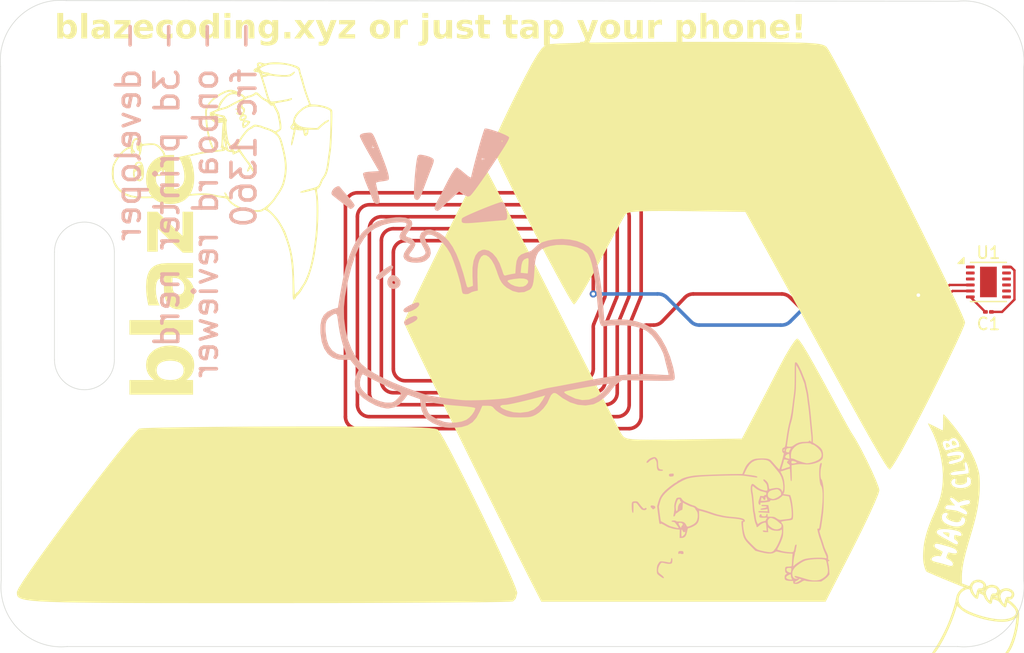
<source format=kicad_pcb>
(kicad_pcb (version 20240108) (generator "pcbnew") (generator_version "8.0")
  (layers (0 "F.Cu" signal) (31 "B.Cu" signal) (34 "B.Paste" user) (35 "F.Paste" user) (36 "B.SilkS" user "B.Silkscreen") (37 "F.SilkS" user "F.Silkscreen") (38 "B.Mask" user) (39 "F.Mask" user) (44 "Edge.Cuts" user))
  (net 0 "")
  (net 1 "Net-(U1-VCC)")
  (net 2 "Net-(U1-VSS)")
  (net 4 "Net-(U1-AC0)")
  (net 13 "Net-(U1-AC1)")
  (footprint "Capacitor_SMD:C_01005_0402Metric" (layer "F.Cu") (at 152.5 103 180)
    (property "Reference" "C1" (at 0 -1 0) (layer "F.SilkS"))
    (property "Value" "220nf" (hide yes))
    (pad "1" smd roundrect (at -0.25 0 180) (size 0.4 0.3) (layers "F.Cu" "F.Mask") (net 1 "Net-(U1-VCC)"))
    (pad "2" smd roundrect (at 0.25 0 180) (size 0.4 0.3) (layers "F.Cu" "F.Mask") (net 2 "Net-(U1-VSS)"))
  )
  (footprint "LOGO" (layer "F.Cu") (at 131 116.5 90)
    (property "Reference" "G***" (hide yes))
    (property "Value" "LOGO" (hide yes))
  )
  (footprint "LOGO" (layer "F.Cu") (at 151 121.5 90)
    (property "Reference" "G***" (hide yes))
    (property "Value" "LOGO" (hide yes))
  )
  (footprint "LOGO" (layer "F.Cu") (at 112 104 90)
    (property "Reference" "G***" (at 0 0 90) (layer "F.SilkS") (effects (font (size 1.5 1.5) (thickness 0.3))))
    (property "Value" "LOGO" (hide yes))
  )
  (footprint "Library:NFC_ANT" (layer "F.Cu") (at 154.65 104.1 180)
    (property "Reference" "U2" (hide yes))
    (property "Value" "NFC_ANTENNA" (hide yes))
    (fp_line (start 55.85 10.05) (end 55.85 -7.65) (stroke (width 0.3)) (layer "F.Cu"))
    (fp_line (start 54.85 9.05) (end 54.85 -6.65) (stroke (width 0.3)) (layer "F.Cu"))
    (fp_line (start 53.85 8.05) (end 53.85 -5.65) (stroke (width 0.3)) (layer "F.Cu"))
    (fp_line (start 52.85 7.05) (end 52.85 -4.65) (stroke (width 0.3)) (layer "F.Cu"))
    (fp_line (start 51.85 6.05) (end 51.85 -3.65) (stroke (width 0.3)) (layer "F.Cu"))
    (fp_line (start 36.15 7.05) (end 50.85 7.05) (stroke (width 0.3)) (layer "F.Cu"))
    (fp_line (start 36.15 -4.65) (end 50.85 -4.65) (stroke (width 0.3)) (layer "F.Cu"))
    (fp_line (start 35.15 8.05) (end 51.85 8.05) (stroke (width 0.3)) (layer "F.Cu"))
    (fp_line (start 35.15 6.05) (end 35.15 2.6) (stroke (width 0.3)) (layer "F.Cu"))
    (fp_line (start 35.15 -0.25) (end 35.15 -3.65) (stroke (width 0.3)) (layer "F.Cu"))
    (fp_line (start 35.15 -5.65) (end 51.85 -5.65) (stroke (width 0.3)) (layer "F.Cu"))
    (fp_line (start 34.2 2.3) (end 35.1 0.1) (stroke (width 0.3)) (layer "F.Cu"))
    (fp_line (start 34.15 9.05) (end 52.85 9.05) (stroke (width 0.3)) (layer "F.Cu"))
    (fp_line (start 34.15 7.05) (end 34.15 2.66) (stroke (width 0.3)) (layer "F.Cu"))
    (fp_line (start 34.15 -0.25) (end 34.15 -4.65) (stroke (width 0.3)) (layer "F.Cu"))
    (fp_line (start 34.15 -6.65) (end 52.85 -6.65) (stroke (width 0.3)) (layer "F.Cu"))
    (fp_line (start 33.2 2.3) (end 34.1 0.1) (stroke (width 0.3)) (layer "F.Cu"))
    (fp_line (start 33.15 10.05) (end 53.85 10.05) (stroke (width 0.3)) (layer "F.Cu"))
    (fp_line (start 33.15 8.05) (end 33.15 2.66) (stroke (width 0.3)) (layer "F.Cu"))
    (fp_line (start 33.15 -0.25) (end 33.15 -5.65) (stroke (width 0.3)) (layer "F.Cu"))
    (fp_line (start 33.15 -7.65) (end 53.85 -7.65) (stroke (width 0.3)) (layer "F.Cu"))
    (fp_line (start 32.2 2.3) (end 33.1 0.1) (stroke (width 0.3)) (layer "F.Cu"))
    (fp_line (start 32.15 11.05) (end 54.85 11.05) (stroke (width 0.3)) (layer "F.Cu"))
    (fp_line (start 32.15 9.05) (end 32.15 2.66) (stroke (width 0.3)) (layer "F.Cu"))
    (fp_line (start 32.15 -0.25) (end 32.15 -6.65) (stroke (width 0.3)) (layer "F.Cu"))
    (fp_line (start 32.15 -8.65) (end 54.85 -8.65) (stroke (width 0.3)) (layer "F.Cu"))
    (fp_line (start 31.2 2.3) (end 32.1 0.1) (stroke (width 0.3)) (layer "F.Cu"))
    (fp_line (start 31.15 10.05) (end 31.15 2.66) (stroke (width 0.3)) (layer "F.Cu"))
    (fp_line (start 31.15 -0.5) (end 31.15 -7.6) (stroke (width 0.3)) (layer "F.Cu"))
    (fp_line (start 30.1 0) (end 30.7 0) (stroke (width 0.3)) (layer "F.Cu"))
    (fp_line (start 27.5 2.3) (end 29.4 0.3) (stroke (width 0.3)) (layer "F.Cu"))
    (fp_line (start 19.4 2.6) (end 26.8 2.6) (stroke (width 0.3)) (layer "F.Cu"))
    (fp_line (start 16.7 0.3) (end 18.7 2.3) (stroke (width 0.3)) (layer "F.Cu"))
    (fp_line (start 8 0) (end 16 0) (stroke (width 0.3)) (layer "F.Cu"))
    (fp_arc (start 55.85 10.05) (mid 55.557107 10.757107) (end 54.85 11.05) (stroke (width 0.3)) (layer "F.Cu"))
    (fp_arc (start 54.85 9.05) (mid 54.557107 9.757107) (end 53.85 10.05) (stroke (width 0.3)) (layer "F.Cu"))
    (fp_arc (start 54.85 -8.65) (mid 55.557107 -8.357107) (end 55.85 -7.65) (stroke (width 0.3)) (layer "F.Cu"))
    (fp_arc (start 53.85 8.05) (mid 53.557107 8.757107) (end 52.85 9.05) (stroke (width 0.3)) (layer "F.Cu"))
    (fp_arc (start 53.85 -7.65) (mid 54.557107 -7.357107) (end 54.85 -6.65) (stroke (width 0.3)) (layer "F.Cu"))
    (fp_arc (start 52.85 7.05) (mid 52.557107 7.757107) (end 51.85 8.05) (stroke (width 0.3)) (layer "F.Cu"))
    (fp_arc (start 52.85 -6.65) (mid 53.557107 -6.357107) (end 53.85 -5.65) (stroke (width 0.3)) (layer "F.Cu"))
    (fp_arc (start 51.85 6.05) (mid 51.557107 6.757107) (end 50.85 7.05) (stroke (width 0.3)) (layer "F.Cu"))
    (fp_arc (start 51.85 -5.65) (mid 52.557107 -5.357107) (end 52.85 -4.65) (stroke (width 0.3)) (layer "F.Cu"))
    (fp_arc (start 50.85 -4.65) (mid 51.557107 -4.357107) (end 51.85 -3.65) (stroke (width 0.3)) (layer "F.Cu"))
    (fp_arc (start 36.15 7.05) (mid 35.442893 6.757107) (end 35.15 6.05) (stroke (width 0.3)) (layer "F.Cu"))
    (fp_arc (start 35.15 8.05) (mid 34.442893 7.757107) (end 34.15 7.05) (stroke (width 0.3)) (layer "F.Cu"))
    (fp_arc (start 35.15 -0.25) (mid 35.14667 -0.071904) (end 35.1 0.1) (stroke (width 0.3)) (layer "F.Cu"))
    (fp_arc (start 35.15 -3.65) (mid 35.442893 -4.357107) (end 36.15 -4.65) (stroke (width 0.3)) (layer "F.Cu"))
    (fp_arc (start 34.15 9.05) (mid 33.442893 8.757107) (end 33.15 8.05) (stroke (width 0.3)) (layer "F.Cu"))
    (fp_arc (start 34.15 2.65) (mid 34.15333 2.471904) (end 34.2 2.3) (stroke (width 0.3)) (layer "F.Cu"))
    (fp_arc (start 34.15 -0.25) (mid 34.145974 -0.072004) (end 34.1 0.1) (stroke (width 0.3)) (layer "F.Cu"))
    (fp_arc (start 34.15 -4.65) (mid 34.442893 -5.357107) (end 35.15 -5.65) (stroke (width 0.3)) (layer "F.Cu"))
    (fp_arc (start 33.15 10.05) (mid 32.442893 9.757107) (end 32.15 9.05) (stroke (width 0.3)) (layer "F.Cu"))
    (fp_arc (start 33.15 2.65) (mid 33.15333 2.471904) (end 33.2 2.3) (stroke (width 0.3)) (layer "F.Cu"))
    (fp_arc (start 33.15 -0.2) (mid 33.141801 -0.0472) (end 33.1 0.1) (stroke (width 0.3)) (layer "F.Cu"))
    (fp_arc (start 33.15 -5.65) (mid 33.442893 -6.357107) (end 34.15 -6.65) (stroke (width 0.3)) (layer "F.Cu"))
    (fp_arc (start 32.15 11.05) (mid 31.442893 10.757107) (end 31.15 10.05) (stroke (width 0.3)) (layer "F.Cu"))
    (fp_arc (start 32.15 2.65) (mid 32.15333 2.471904) (end 32.2 2.3) (stroke (width 0.3)) (layer "F.Cu"))
    (fp_arc (start 32.15 -0.2) (mid 32.141801 -0.0472) (end 32.1 0.1) (stroke (width 0.3)) (layer "F.Cu"))
    (fp_arc (start 32.15 -6.65) (mid 32.442893 -7.357107) (end 33.15 -7.65) (stroke (width 0.3)) (layer "F.Cu"))
    (fp_arc (start 31.15 2.65) (mid 31.15333 2.471904) (end 31.2 2.3) (stroke (width 0.3)) (layer "F.Cu"))
    (fp_arc (start 31.15 -0.5) (mid 31.036341 -0.149793) (end 30.7 0) (stroke (width 0.3)) (layer "F.Cu"))
    (fp_arc (start 31.15 -7.600001) (mid 31.439997 -8.325017) (end 32.15 -8.65) (stroke (width 0.3)) (layer "F.Cu"))
    (fp_arc (start 29.4 0.3) (mid 29.719122 0.077941) (end 30.1 0) (stroke (width 0.3)) (layer "F.Cu"))
    (fp_arc (start 27.5 2.3) (mid 27.180787 2.521833) (end 26.8 2.6) (stroke (width 0.3)) (layer "F.Cu"))
    (fp_arc (start 19.4 2.6) (mid 19.021113 2.517404) (end 18.7 2.3) (stroke (width 0.3)) (layer "F.Cu"))
    (fp_arc (start 16 0) (mid 16.380791 0.078158) (end 16.7 0.3) (stroke (width 0.3)) (layer "F.Cu"))
    (fp_line (start 29.8 2.6) (end 35.15 2.6) (stroke (width 0.3)) (layer "B.Cu"))
    (fp_line (start 27 0.3) (end 29 2.3) (stroke (width 0.3)) (layer "B.Cu"))
    (fp_line (start 19.5 0) (end 26.3 0) (stroke (width 0.3)) (layer "B.Cu"))
    (fp_line (start 16.7 2.3) (end 18.7 0.3) (stroke (width 0.3)) (layer "B.Cu"))
    (fp_line (start 8 2.5) (end 16 2.6) (stroke (width 0.3)) (layer "B.Cu"))
    (fp_arc (start 29.8 2.6) (mid 29.367509 2.536644) (end 29 2.3) (stroke (width 0.3)) (layer "B.Cu"))
    (fp_arc (start 26.3 0) (mid 26.680791 0.078158) (end 27 0.3) (stroke (width 0.3)) (layer "B.Cu"))
    (fp_arc (start 18.7 0.3) (mid 19.067509 0.063356) (end 19.5 0) (stroke (width 0.3)) (layer "B.Cu"))
    (fp_arc (start 16.7 2.3) (mid 16.380787 2.521833) (end 16 2.6) (stroke (width 0.3)) (layer "B.Cu"))
    (pad "1" smd roundrect (at 8 2.5 180) (size 2.286 1.524) (layers "F.Cu" "F.Paste" "F.Mask") (net 4 "Net-(U1-AC0)"))
    (pad "2" smd roundrect (at 8 0 180) (size 2.286 1.524) (layers "F.Cu" "F.Paste" "F.Mask") (net 13 "Net-(U1-AC1)"))
    (pad "P$2" thru_hole circle (at 8 2.5 180) (size 0.6 0.6) (drill 0.3) (layers "*.Cu" "*.Mask"))
    (pad "P$2" thru_hole circle (at 35.15 2.6 180) (size 0.6 0.6) (drill 0.3) (layers "*.Cu" "*.Mask"))
  )
  (footprint "LOGO" (layer "F.Cu") (at 88.5 92 90)
    (property "Reference" "G***" (hide yes))
    (property "Value" "LOGO" (hide yes))
  )
  (footprint "Package_DFN_QFN:ST_UFDFPN-12-1EP_3x3mm_P0.5mm_EP1.4x2.55mm" (layer "F.Cu") (at 152.5 100.5)
    (property "Reference" "U1" (at 0 -2.45 0) (layer "F.SilkS"))
    (property "Value" "ST25DV04K-JFR6D3" (hide yes))
    (pad "1" smd roundrect (at -1.5125 -1.25) (size 0.725 0.25) (layers "F.Cu" "F.Paste" "F.Mask"))
    (pad "2" smd roundrect (at -1.5125 -0.75) (size 0.725 0.25) (layers "F.Cu" "F.Paste" "F.Mask"))
    (pad "3" smd roundrect (at -1.5125 -0.25) (size 0.725 0.25) (layers "F.Cu" "F.Paste" "F.Mask"))
    (pad "4" smd roundrect (at -1.5125 0.25) (size 0.725 0.25) (layers "F.Cu" "F.Paste" "F.Mask") (net 4 "Net-(U1-AC0)"))
    (pad "5" smd roundrect (at -1.5125 0.75) (size 0.725 0.25) (layers "F.Cu" "F.Paste" "F.Mask") (net 13 "Net-(U1-AC1)"))
    (pad "6" smd roundrect (at -1.5125 1.25) (size 0.725 0.25) (layers "F.Cu" "F.Paste" "F.Mask") (net 2 "Net-(U1-VSS)"))
    (pad "7" smd roundrect (at 1.5125 1.25) (size 0.725 0.25) (layers "F.Cu" "F.Paste" "F.Mask"))
    (pad "8" smd roundrect (at 1.5125 0.75) (size 0.725 0.25) (layers "F.Cu" "F.Paste" "F.Mask"))
    (pad "9" smd roundrect (at 1.5125 0.25) (size 0.725 0.25) (layers "F.Cu" "F.Paste" "F.Mask"))
    (pad "10" smd roundrect (at 1.5125 -0.25) (size 0.725 0.25) (layers "F.Cu" "F.Paste" "F.Mask"))
    (pad "11" smd roundrect (at 1.5125 -0.75) (size 0.725 0.25) (layers "F.Cu" "F.Paste" "F.Mask"))
    (pad "12" smd roundrect (at 1.5125 -1.25) (size 0.725 0.25) (layers "F.Cu" "F.Paste" "F.Mask") (net 1 "Net-(U1-VCC)"))
    (pad "13" smd rect (at 0 0) (size 1.4 2.55) (property pad_prop_heatsink) (layers "F.Cu" "F.Mask"))
  )
  (footprint "LOGO" (layer "F.Cu") (at 111 100)
    (property "Reference" "G***" (hide yes))
    (property "Value" "LOGO" (hide yes))
  )
  (gr_line (start 149.946833 77.053168) (end 75.5 77.000001) (stroke (width 0.05)) (layer "Edge.Cuts"))
  (gr_arc (start 155.446832 125.446833) (mid 154 129.5) (end 149.946833 130.946832) (stroke (width 0.05)) (layer "Edge.Cuts"))
  (gr_arc (start 149.946833 77.053168) (mid 154 78.5) (end 155.446832 82.553167) (stroke (width 0.05)) (layer "Edge.Cuts"))
  (gr_line (start 155.446832 125.446833) (end 155.446832 82.553167) (stroke (width 0.05)) (layer "Edge.Cuts"))
  (gr_arc (start 75.553167 130.946832) (mid 71.5 129.5) (end 70.053168 125.446833) (stroke (width 0.05)) (layer "Edge.Cuts"))
  (gr_arc (start 79.5 107) (mid 77 109.5) (end 74.5 107) (stroke (width 0.05)) (layer "Edge.Cuts"))
  (gr_arc (start 70.000001 82.5) (mid 71.446833 78.446833) (end 75.5 77.000001) (stroke (width 0.05)) (layer "Edge.Cuts"))
  (gr_line (start 74.5 98) (end 74.5 107) (stroke (width 0.05)) (layer "Edge.Cuts"))
  (gr_arc (start 74.5 98) (mid 77 95.5) (end 79.5 98) (stroke (width 0.05)) (layer "Edge.Cuts"))
  (gr_line (start 75.553167 130.946832) (end 149.946833 130.946832) (stroke (width 0.05)) (layer "Edge.Cuts"))
  (gr_line (start 70.000001 82.5) (end 70.053168 125.446833) (stroke (width 0.05)) (layer "Edge.Cuts"))
  (gr_line (start 79.5 98) (end 79.5 107) (stroke (width 0.05)) (layer "Edge.Cuts"))
  (gr_text "- developer\n- 3d printer nerd\n- onboard reviewer\n- frc 1360" (at 91.5 78.5 90) (layer "B.SilkS") (effects (font (size 2 2) (thickness 0.3) (bold yes)) (justify left bottom mirror)))
  (gr_text "blazecoding.xyz or just tap your phone!" (at 74.5 80.5 0) (layer "F.SilkS") (effects (font (size 2 2) (thickness 0.3) (bold yes)) (justify left bottom)))
  (gr_text "blaze" (at 84 110.5 90) (layer "F.SilkS") (effects (font (size 5 5) (thickness 0.3) (bold yes)) (justify left)))
  (segment (start 154.675 101.964386) (end 154.675 99.535614) (width 0.2) (layer "F.Cu") (net 1))
  (segment (start 153.639386 103) (end 154.675 101.964386) (width 0.2) (layer "F.Cu") (net 1))
  (segment (start 154.389386 99.25) (end 154.0125 99.25) (width 0.2) (layer "F.Cu") (net 1))
  (segment (start 152.75 103) (end 153.639386 103) (width 0.2) (layer "F.Cu") (net 1))
  (segment (start 154.675 99.535614) (end 154.389386 99.25) (width 0.2) (layer "F.Cu") (net 1))
  (segment (start 152.25 103) (end 152.2375 103) (width 0.2) (layer "F.Cu") (net 2))
  (segment (start 152.2375 103) (end 150.9875 101.75) (width 0.2) (layer "F.Cu") (net 2))
  (segment (start 149.25 100.75) (end 150.9875 100.75) (width 0.2) (layer "F.Cu") (net 4))
  (segment (start 147.975736 102.024264) (end 149.25 100.75) (width 0.2) (layer "F.Cu") (net 4))
  (segment (start 147.074264 102.024264) (end 147.975736 102.024264) (width 0.2) (layer "F.Cu") (net 4))
  (segment (start 150.9875 101.25) (end 149.5 101.25) (width 0.2) (layer "F.Cu") (net 13))
  (segment (start 149.5 101.25) (end 146.968198 103.781802) (width 0.2) (layer "F.Cu") (net 13))
)
</source>
